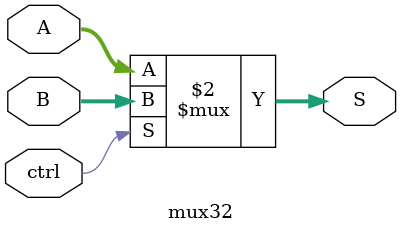
<source format=v>
`timescale 1ns / 1ps
module mux32(
	input wire [31:0] A,
	input wire [31:0] B,
	input wire ctrl,
	output wire [31:0] S
    );
	assign S = (ctrl==0)?(A):(B);
endmodule

</source>
